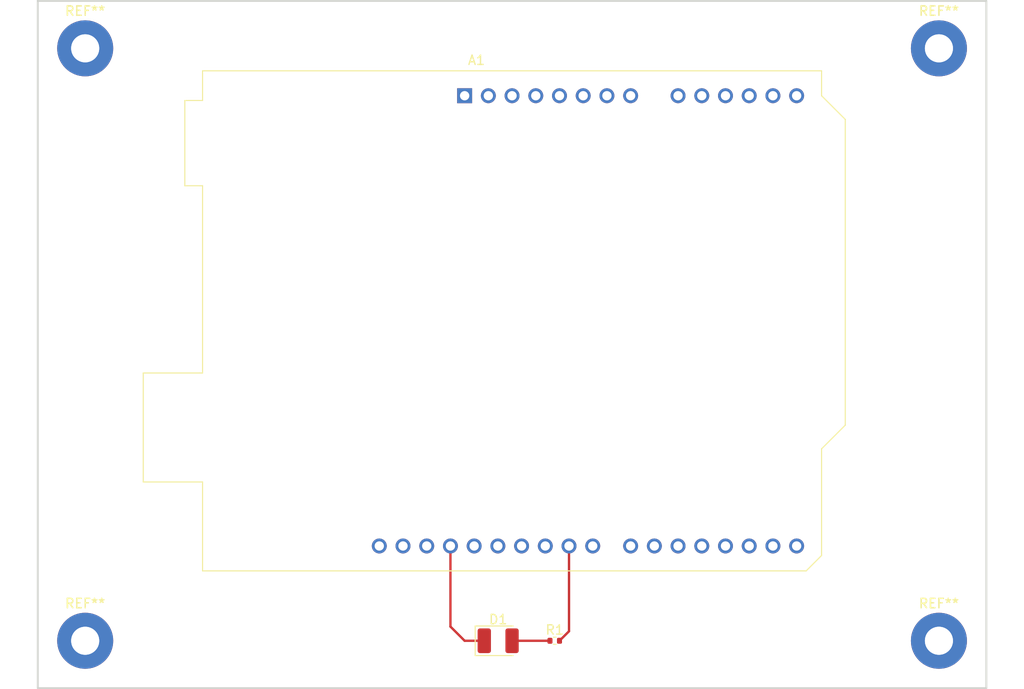
<source format=kicad_pcb>
(kicad_pcb (version 20211014) (generator pcbnew)
  (layers (0 "F.Cu" signal) (31 "B.Cu" signal) (34 "B.Paste" user) (35 "F.Paste" user) (36 "B.SilkS" user "B.Silkscreen") (37 "F.SilkS" user "F.Silkscreen") (38 "B.Mask" user) (39 "F.Mask" user) (44 "Edge.Cuts" user))
  (net 0 "")
  (net 24 "Net-(A1-Pad24)")
  (net 29 "Net-(A1-Pad29)")
  (net 33 "Net-(D1-Pad2)")
  (footprint "MountingHole:MountingHole_3mm_Pad" (layer "F.Cu") (at 104.14 144.78)
    (fp_text reference "REF**" (at 0 -4) (layer "F.SilkS"))
    (fp_text value "MountingHole_3mm_Pad")
    (pad "1" thru_hole circle (at 0 0) (size 6 6) (drill 3) (layers *.Cu *.Mask))
  )
  (footprint "MountingHole:MountingHole_3mm" (layer "F.Cu") (at 195.58 81.28)
    (fp_text reference "REF**" (at 0 -4) (layer "F.SilkS"))
    (fp_text value "MountingHole_3mm")
    (pad "" np_thru_hole circle (at 0 0) (size 3 3) (drill 3) (layers *.Cu *.Mask))
  )
  (footprint "MountingHole:MountingHole_3mm_Pad" (layer "F.Cu") (at 195.58 144.78)
    (fp_text reference "REF**" (at 0 -4) (layer "F.SilkS"))
    (fp_text value "MountingHole_3mm_Pad")
    (pad "1" thru_hole circle (at 0 0) (size 6 6) (drill 3) (layers *.Cu *.Mask))
  )
  (footprint "Resistor_SMD:R_0402_1005Metric" (layer "F.Cu") (at 154.43 144.78)
    (fp_text reference "R1" (at 0 -1.17) (layer "F.SilkS"))
    (fp_text value "R")
    (fp_line (start -0.153641 -0.38) (end 0.153641 -0.38) (layer "F.SilkS") (width 0.12))
    (fp_line (start -0.153641 0.38) (end 0.153641 0.38) (layer "F.SilkS") (width 0.12))
    (pad "1" smd roundrect (at -0.51 0) (size 0.54 0.64) (layers "F.Cu" "F.Paste" "F.Mask") (net 33 "Net-(D1-Pad2)"))
    (pad "2" smd roundrect (at 0.51 0) (size 0.54 0.64) (layers "F.Cu" "F.Paste" "F.Mask") (net 24 "Net-(A1-Pad24)"))
  )
  (footprint "MountingHole:MountingHole_3mm_Pad" (layer "F.Cu") (at 195.58 81.28)
    (fp_text reference "REF**" (at 0 -4) (layer "F.SilkS"))
    (fp_text value "MountingHole_3mm_Pad")
    (pad "1" thru_hole circle (at 0 0) (size 6 6) (drill 3) (layers *.Cu *.Mask))
  )
  (footprint "MountingHole:MountingHole_3mm_Pad" (layer "F.Cu") (at 104.14 81.28)
    (fp_text reference "REF**" (at 0 -4) (layer "F.SilkS"))
    (fp_text value "MountingHole_3mm_Pad")
    (pad "1" thru_hole circle (at 0 0) (size 6 6) (drill 3) (layers *.Cu *.Mask))
  )
  (footprint "MountingHole:MountingHole_3mm" (layer "F.Cu") (at 104.14 81.28)
    (fp_text reference "REF**" (at 0 -4) (layer "F.SilkS"))
    (fp_text value "MountingHole_3mm")
    (pad "" np_thru_hole circle (at 0 0) (size 3 3) (drill 3) (layers *.Cu *.Mask))
  )
  (footprint "MountingHole:MountingHole_3mm" (layer "F.Cu") (at 104.14 144.78)
    (fp_text reference "REF**" (at 0 -4) (layer "F.SilkS"))
    (fp_text value "MountingHole_3mm")
    (pad "" np_thru_hole circle (at 0 0) (size 3 3) (drill 3) (layers *.Cu *.Mask))
  )
  (footprint "MountingHole:MountingHole_3mm" (layer "F.Cu") (at 195.58 144.78)
    (fp_text reference "REF**" (at 0 -4) (layer "F.SilkS"))
    (fp_text value "MountingHole_3mm")
    (pad "" np_thru_hole circle (at 0 0) (size 3 3) (drill 3) (layers *.Cu *.Mask))
  )
  (footprint "Module:Arduino_UNO_R3" (layer "F.Cu") (at 144.78 86.36)
    (fp_text reference "A1" (at 1.27 -3.81 180) (layer "F.SilkS"))
    (fp_text value "Arduino_UNO_R3")
    (fp_line (start -29.97 0.51) (end -29.97 9.65) (layer "F.SilkS") (width 0.12))
    (fp_line (start -28.07 50.93) (end 36.58 50.93) (layer "F.SilkS") (width 0.12))
    (fp_line (start -28.07 29.72) (end -34.42 29.72) (layer "F.SilkS") (width 0.12))
    (fp_line (start -28.07 9.65) (end -28.07 29.72) (layer "F.SilkS") (width 0.12))
    (fp_line (start 40.77 2.54) (end 38.23 0) (layer "F.SilkS") (width 0.12))
    (fp_line (start -34.42 29.72) (end -34.42 41.4) (layer "F.SilkS") (width 0.12))
    (fp_line (start 40.77 35.31) (end 40.77 2.54) (layer "F.SilkS") (width 0.12))
    (fp_line (start -29.97 9.65) (end -28.07 9.65) (layer "F.SilkS") (width 0.12))
    (fp_line (start 38.23 49.28) (end 38.23 37.85) (layer "F.SilkS") (width 0.12))
    (fp_line (start -28.07 41.4) (end -28.07 50.93) (layer "F.SilkS") (width 0.12))
    (fp_line (start 38.23 -2.67) (end -28.07 -2.67) (layer "F.SilkS") (width 0.12))
    (fp_line (start 38.23 37.85) (end 40.77 35.31) (layer "F.SilkS") (width 0.12))
    (fp_line (start 38.23 0) (end 38.23 -2.67) (layer "F.SilkS") (width 0.12))
    (fp_line (start -34.42 41.4) (end -28.07 41.4) (layer "F.SilkS") (width 0.12))
    (fp_line (start 36.58 50.93) (end 38.23 49.28) (layer "F.SilkS") (width 0.12))
    (fp_line (start -28.07 -2.67) (end -28.07 0.51) (layer "F.SilkS") (width 0.12))
    (fp_line (start -28.07 0.51) (end -29.97 0.51) (layer "F.SilkS") (width 0.12))
    (pad "1" thru_hole rect (at 0 0 90) (size 1.6 1.6) (drill 1) (layers *.Cu *.Mask))
    (pad "2" thru_hole oval (at 2.54 0 90) (size 1.6 1.6) (drill 1) (layers *.Cu *.Mask))
    (pad "3" thru_hole oval (at 5.08 0 90) (size 1.6 1.6) (drill 1) (layers *.Cu *.Mask))
    (pad "4" thru_hole oval (at 7.62 0 90) (size 1.6 1.6) (drill 1) (layers *.Cu *.Mask))
    (pad "5" thru_hole oval (at 10.16 0 90) (size 1.6 1.6) (drill 1) (layers *.Cu *.Mask))
    (pad "6" thru_hole oval (at 12.7 0 90) (size 1.6 1.6) (drill 1) (layers *.Cu *.Mask))
    (pad "7" thru_hole oval (at 15.24 0 90) (size 1.6 1.6) (drill 1) (layers *.Cu *.Mask))
    (pad "8" thru_hole oval (at 17.78 0 90) (size 1.6 1.6) (drill 1) (layers *.Cu *.Mask))
    (pad "9" thru_hole oval (at 22.86 0 90) (size 1.6 1.6) (drill 1) (layers *.Cu *.Mask))
    (pad "10" thru_hole oval (at 25.4 0 90) (size 1.6 1.6) (drill 1) (layers *.Cu *.Mask))
    (pad "11" thru_hole oval (at 27.94 0 90) (size 1.6 1.6) (drill 1) (layers *.Cu *.Mask))
    (pad "12" thru_hole oval (at 30.48 0 90) (size 1.6 1.6) (drill 1) (layers *.Cu *.Mask))
    (pad "13" thru_hole oval (at 33.02 0 90) (size 1.6 1.6) (drill 1) (layers *.Cu *.Mask))
    (pad "14" thru_hole oval (at 35.56 0 90) (size 1.6 1.6) (drill 1) (layers *.Cu *.Mask))
    (pad "15" thru_hole oval (at 35.56 48.26 90) (size 1.6 1.6) (drill 1) (layers *.Cu *.Mask))
    (pad "16" thru_hole oval (at 33.02 48.26 90) (size 1.6 1.6) (drill 1) (layers *.Cu *.Mask))
    (pad "17" thru_hole oval (at 30.48 48.26 90) (size 1.6 1.6) (drill 1) (layers *.Cu *.Mask))
    (pad "18" thru_hole oval (at 27.94 48.26 90) (size 1.6 1.6) (drill 1) (layers *.Cu *.Mask))
    (pad "19" thru_hole oval (at 25.4 48.26 90) (size 1.6 1.6) (drill 1) (layers *.Cu *.Mask))
    (pad "20" thru_hole oval (at 22.86 48.26 90) (size 1.6 1.6) (drill 1) (layers *.Cu *.Mask))
    (pad "21" thru_hole oval (at 20.32 48.26 90) (size 1.6 1.6) (drill 1) (layers *.Cu *.Mask))
    (pad "22" thru_hole oval (at 17.78 48.26 90) (size 1.6 1.6) (drill 1) (layers *.Cu *.Mask))
    (pad "23" thru_hole oval (at 13.72 48.26 90) (size 1.6 1.6) (drill 1) (layers *.Cu *.Mask))
    (pad "24" thru_hole oval (at 11.18 48.26 90) (size 1.6 1.6) (drill 1) (layers *.Cu *.Mask) (net 24 "Net-(A1-Pad24)"))
    (pad "25" thru_hole oval (at 8.64 48.26 90) (size 1.6 1.6) (drill 1) (layers *.Cu *.Mask))
    (pad "26" thru_hole oval (at 6.1 48.26 90) (size 1.6 1.6) (drill 1) (layers *.Cu *.Mask))
    (pad "27" thru_hole oval (at 3.56 48.26 90) (size 1.6 1.6) (drill 1) (layers *.Cu *.Mask))
    (pad "28" thru_hole oval (at 1.02 48.26 90) (size 1.6 1.6) (drill 1) (layers *.Cu *.Mask))
    (pad "29" thru_hole oval (at -1.52 48.26 90) (size 1.6 1.6) (drill 1) (layers *.Cu *.Mask) (net 29 "Net-(A1-Pad29)"))
    (pad "30" thru_hole oval (at -4.06 48.26 90) (size 1.6 1.6) (drill 1) (layers *.Cu *.Mask))
    (pad "31" thru_hole oval (at -6.6 48.26 90) (size 1.6 1.6) (drill 1) (layers *.Cu *.Mask))
    (pad "32" thru_hole oval (at -9.14 48.26 90) (size 1.6 1.6) (drill 1) (layers *.Cu *.Mask))
  )
  (footprint "LED_SMD:LED_1210_3225Metric_Pad1.42x2.65mm_HandSolder" (layer "F.Cu") (at 148.3725 144.78)
    (fp_text reference "D1" (at 0 -2.28) (layer "F.SilkS"))
    (fp_text value "LED")
    (fp_line (start -2.46 -1.585) (end -2.46 1.585) (layer "F.SilkS") (width 0.12))
    (fp_line (start -2.46 1.585) (end 1.6 1.585) (layer "F.SilkS") (width 0.12))
    (fp_line (start 1.6 -1.585) (end -2.46 -1.585) (layer "F.SilkS") (width 0.12))
    (pad "1" smd roundrect (at -1.4875 0) (size 1.425 2.65) (layers "F.Cu" "F.Paste" "F.Mask") (roundrect_rratio 0.175439) (net 29 "Net-(A1-Pad29)"))
    (pad "2" smd roundrect (at 1.4875 0) (size 1.425 2.65) (layers "F.Cu" "F.Paste" "F.Mask") (roundrect_rratio 0.175439) (net 33 "Net-(D1-Pad2)"))
  )
  (gr_rect (start 99.06 76.2) (end 200.66 149.86) (layer "Edge.Cuts") (width 0.2) (fill none))
  (segment (start 155.96 143.76) (end 154.94 144.78) (width 0.25) (layer "F.Cu") (net 24))
  (segment (start 155.96 134.62) (end 155.96 143.76) (width 0.25) (layer "F.Cu") (net 24))
  (segment (start 144.78 144.78) (end 146.885 144.78) (width 0.25) (layer "F.Cu") (net 29))
  (segment (start 143.26 143.26) (end 144.78 144.78) (width 0.25) (layer "F.Cu") (net 29))
  (segment (start 143.26 134.62) (end 143.26 143.26) (width 0.25) (layer "F.Cu") (net 29))
  (segment (start 153.92 144.78) (end 149.86 144.78) (width 0.25) (layer "F.Cu") (net 33))
)
</source>
